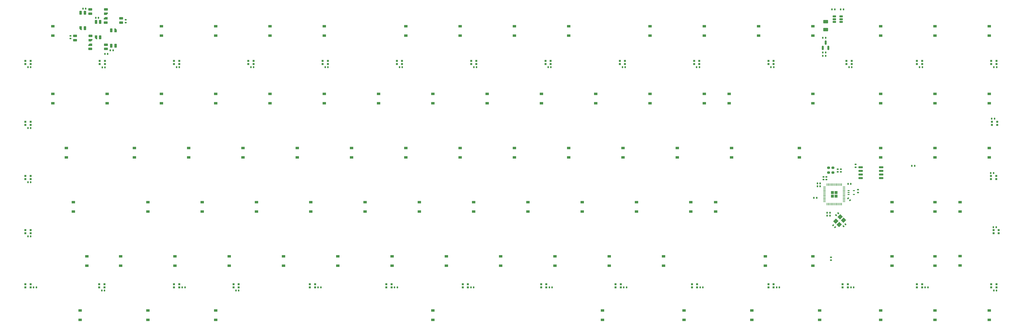
<source format=gbr>
%TF.GenerationSoftware,KiCad,Pcbnew,(6.0.1)*%
%TF.CreationDate,2022-06-13T22:26:40+10:00*%
%TF.ProjectId,fuyu,66757975-2e6b-4696-9361-645f70636258,rev?*%
%TF.SameCoordinates,Original*%
%TF.FileFunction,Paste,Bot*%
%TF.FilePolarity,Positive*%
%FSLAX46Y46*%
G04 Gerber Fmt 4.6, Leading zero omitted, Abs format (unit mm)*
G04 Created by KiCad (PCBNEW (6.0.1)) date 2022-06-13 22:26:40*
%MOMM*%
%LPD*%
G01*
G04 APERTURE LIST*
G04 Aperture macros list*
%AMRoundRect*
0 Rectangle with rounded corners*
0 $1 Rounding radius*
0 $2 $3 $4 $5 $6 $7 $8 $9 X,Y pos of 4 corners*
0 Add a 4 corners polygon primitive as box body*
4,1,4,$2,$3,$4,$5,$6,$7,$8,$9,$2,$3,0*
0 Add four circle primitives for the rounded corners*
1,1,$1+$1,$2,$3*
1,1,$1+$1,$4,$5*
1,1,$1+$1,$6,$7*
1,1,$1+$1,$8,$9*
0 Add four rect primitives between the rounded corners*
20,1,$1+$1,$2,$3,$4,$5,0*
20,1,$1+$1,$4,$5,$6,$7,0*
20,1,$1+$1,$6,$7,$8,$9,0*
20,1,$1+$1,$8,$9,$2,$3,0*%
%AMRotRect*
0 Rectangle, with rotation*
0 The origin of the aperture is its center*
0 $1 length*
0 $2 width*
0 $3 Rotation angle, in degrees counterclockwise*
0 Add horizontal line*
21,1,$1,$2,0,0,$3*%
%AMFreePoly0*
4,1,18,-0.410000,0.593000,-0.403758,0.624380,-0.385983,0.650983,-0.359380,0.668758,-0.328000,0.675000,0.328000,0.675000,0.359380,0.668758,0.385983,0.650983,0.403758,0.624380,0.410000,0.593000,0.410000,-0.593000,0.403758,-0.624380,0.385983,-0.650983,0.359380,-0.668758,0.328000,-0.675000,0.000000,-0.675000,-0.410000,-0.265000,-0.410000,0.593000,-0.410000,0.593000,$1*%
G04 Aperture macros list end*
%ADD10RoundRect,0.140000X-0.140000X-0.170000X0.140000X-0.170000X0.140000X0.170000X-0.140000X0.170000X0*%
%ADD11RoundRect,0.140000X0.140000X0.170000X-0.140000X0.170000X-0.140000X-0.170000X0.140000X-0.170000X0*%
%ADD12RoundRect,0.140000X-0.170000X0.140000X-0.170000X-0.140000X0.170000X-0.140000X0.170000X0.140000X0*%
%ADD13RoundRect,0.140000X0.170000X-0.140000X0.170000X0.140000X-0.170000X0.140000X-0.170000X-0.140000X0*%
%ADD14R,0.650000X0.400000*%
%ADD15RoundRect,0.082000X0.593000X-0.328000X0.593000X0.328000X-0.593000X0.328000X-0.593000X-0.328000X0*%
%ADD16FreePoly0,90.000000*%
%ADD17RoundRect,0.105000X-0.245000X-0.245000X0.245000X-0.245000X0.245000X0.245000X-0.245000X0.245000X0*%
%ADD18RotRect,1.400000X1.200000X45.000000*%
%ADD19R,1.200000X0.900000*%
%ADD20RoundRect,0.105000X0.245000X0.245000X-0.245000X0.245000X-0.245000X-0.245000X0.245000X-0.245000X0*%
%ADD21RoundRect,0.200000X-0.275000X0.200000X-0.275000X-0.200000X0.275000X-0.200000X0.275000X0.200000X0*%
%ADD22RoundRect,0.140000X-0.219203X-0.021213X-0.021213X-0.219203X0.219203X0.021213X0.021213X0.219203X0*%
%ADD23RoundRect,0.082000X-0.328000X-0.593000X0.328000X-0.593000X0.328000X0.593000X-0.328000X0.593000X0*%
%ADD24FreePoly0,0.000000*%
%ADD25RoundRect,0.150000X0.650000X0.150000X-0.650000X0.150000X-0.650000X-0.150000X0.650000X-0.150000X0*%
%ADD26RoundRect,0.150000X0.475000X0.150000X-0.475000X0.150000X-0.475000X-0.150000X0.475000X-0.150000X0*%
%ADD27RoundRect,0.135000X-0.135000X-0.185000X0.135000X-0.185000X0.135000X0.185000X-0.135000X0.185000X0*%
%ADD28RoundRect,0.135000X0.185000X-0.135000X0.185000X0.135000X-0.185000X0.135000X-0.185000X-0.135000X0*%
%ADD29RoundRect,0.250000X0.292217X0.292217X-0.292217X0.292217X-0.292217X-0.292217X0.292217X-0.292217X0*%
%ADD30RoundRect,0.050000X0.387500X0.050000X-0.387500X0.050000X-0.387500X-0.050000X0.387500X-0.050000X0*%
%ADD31RoundRect,0.050000X0.050000X0.387500X-0.050000X0.387500X-0.050000X-0.387500X0.050000X-0.387500X0*%
%ADD32RoundRect,0.135000X0.135000X0.185000X-0.135000X0.185000X-0.135000X-0.185000X0.135000X-0.185000X0*%
%ADD33RoundRect,0.082000X0.328000X0.593000X-0.328000X0.593000X-0.328000X-0.593000X0.328000X-0.593000X0*%
%ADD34FreePoly0,180.000000*%
%ADD35RoundRect,0.140000X0.021213X-0.219203X0.219203X-0.021213X-0.021213X0.219203X-0.219203X0.021213X0*%
%ADD36RoundRect,0.140000X0.219203X0.021213X0.021213X0.219203X-0.219203X-0.021213X-0.021213X-0.219203X0*%
%ADD37RoundRect,0.135000X0.035355X-0.226274X0.226274X-0.035355X-0.035355X0.226274X-0.226274X0.035355X0*%
%ADD38RoundRect,0.150000X0.150000X-0.587500X0.150000X0.587500X-0.150000X0.587500X-0.150000X-0.587500X0*%
%ADD39RoundRect,0.250000X-0.625000X0.375000X-0.625000X-0.375000X0.625000X-0.375000X0.625000X0.375000X0*%
%ADD40RoundRect,0.082000X-0.593000X0.328000X-0.593000X-0.328000X0.593000X-0.328000X0.593000X0.328000X0*%
%ADD41FreePoly0,270.000000*%
G04 APERTURE END LIST*
D10*
%TO.C,C23*%
X70570312Y-72932500D03*
X71530312Y-72932500D03*
%TD*%
D11*
%TO.C,C22*%
X69660312Y-74212500D03*
X68700312Y-74212500D03*
%TD*%
D12*
%TO.C,C21*%
X56590312Y-67842500D03*
X56590312Y-68802500D03*
%TD*%
D11*
%TO.C,C20*%
X61940312Y-58242500D03*
X60980312Y-58242500D03*
%TD*%
D13*
%TO.C,C58*%
X332970312Y-122932500D03*
X332970312Y-121972500D03*
%TD*%
%TO.C,C19*%
X75980312Y-63152500D03*
X75980312Y-62192500D03*
%TD*%
D11*
%TO.C,C18*%
X66410312Y-61522500D03*
X65450312Y-61522500D03*
%TD*%
D14*
%TO.C,U5*%
X329600312Y-123622500D03*
X329600312Y-122972500D03*
X329600312Y-122322500D03*
X331500312Y-122322500D03*
X331500312Y-123622500D03*
%TD*%
D15*
%TO.C,LED3*%
X63565312Y-58552500D03*
X63565312Y-60052500D03*
X69015312Y-58552500D03*
D16*
X69015312Y-60052500D03*
%TD*%
D11*
%TO.C,C40*%
X381410312Y-135112500D03*
X380450312Y-135112500D03*
%TD*%
D17*
%TO.C,D114*%
X379925312Y-99182500D03*
X379925312Y-98082500D03*
X381755312Y-98082500D03*
X381755312Y-99182500D03*
%TD*%
D18*
%TO.C,Y1*%
X325131102Y-133055317D03*
X326686737Y-131499682D03*
X327888818Y-132701763D03*
X326333183Y-134257398D03*
%TD*%
D19*
%TO.C,D38*%
X117090312Y-110608750D03*
X117090312Y-107308750D03*
%TD*%
D10*
%TO.C,C32*%
X250260312Y-78852500D03*
X251220312Y-78852500D03*
%TD*%
%TO.C,C44*%
X304390312Y-156342500D03*
X305350312Y-156342500D03*
%TD*%
D19*
%TO.C,D14*%
X340927812Y-67746250D03*
X340927812Y-64446250D03*
%TD*%
D11*
%TO.C,C9*%
X323090312Y-131056392D03*
X322130312Y-131056392D03*
%TD*%
D19*
%TO.C,D8*%
X212340312Y-67746250D03*
X212340312Y-64446250D03*
%TD*%
D17*
%TO.C,D121*%
X274672350Y-156340000D03*
X274672350Y-155240000D03*
X276502350Y-155240000D03*
X276502350Y-156340000D03*
%TD*%
D13*
%TO.C,C3*%
X326887504Y-115703892D03*
X326887504Y-114743892D03*
%TD*%
D20*
%TO.C,D101*%
X68670696Y-76658750D03*
X68670696Y-77758750D03*
X66840696Y-77758750D03*
X66840696Y-76658750D03*
%TD*%
D11*
%TO.C,C2*%
X323090312Y-130036392D03*
X322130312Y-130036392D03*
%TD*%
%TO.C,C11*%
X319647504Y-119736392D03*
X318687504Y-119736392D03*
%TD*%
D10*
%TO.C,C34*%
X302410312Y-78842500D03*
X303370312Y-78842500D03*
%TD*%
D19*
%TO.C,D44*%
X231390312Y-110608750D03*
X231390312Y-107308750D03*
%TD*%
%TO.C,D41*%
X174240312Y-110608750D03*
X174240312Y-107308750D03*
%TD*%
%TO.C,D65*%
X344896562Y-129658750D03*
X344896562Y-126358750D03*
%TD*%
%TO.C,D18*%
X69465312Y-91558750D03*
X69465312Y-88258750D03*
%TD*%
D13*
%TO.C,C1*%
X321887504Y-118416392D03*
X321887504Y-117456392D03*
%TD*%
D21*
%TO.C,R3*%
X322578124Y-114260294D03*
X322578124Y-115910294D03*
%TD*%
D19*
%TO.C,D17*%
X50415312Y-91558750D03*
X50415312Y-88258750D03*
%TD*%
D10*
%TO.C,C24*%
X41660312Y-78842500D03*
X42620312Y-78842500D03*
%TD*%
D19*
%TO.C,D43*%
X212340312Y-110608750D03*
X212340312Y-107308750D03*
%TD*%
D11*
%TO.C,C38*%
X380840312Y-96992500D03*
X379880312Y-96992500D03*
%TD*%
D19*
%TO.C,D51*%
X379027812Y-110608750D03*
X379027812Y-107308750D03*
%TD*%
D20*
%TO.C,D132*%
X42599062Y-117140000D03*
X42599062Y-118240000D03*
X40769062Y-118240000D03*
X40769062Y-117140000D03*
%TD*%
D19*
%TO.C,D49*%
X340927812Y-110608750D03*
X340927812Y-107308750D03*
%TD*%
D10*
%TO.C,C45*%
X277570312Y-156342500D03*
X278530312Y-156342500D03*
%TD*%
D19*
%TO.C,D34*%
X379027812Y-91558750D03*
X379027812Y-88258750D03*
%TD*%
D20*
%TO.C,D109*%
X277243768Y-76658750D03*
X277243768Y-77758750D03*
X275413768Y-77758750D03*
X275413768Y-76658750D03*
%TD*%
D22*
%TO.C,C8*%
X329465111Y-125023691D03*
X330143933Y-125702513D03*
%TD*%
D20*
%TO.C,D107*%
X225100500Y-76658750D03*
X225100500Y-77758750D03*
X223270500Y-77758750D03*
X223270500Y-76658750D03*
%TD*%
D10*
%TO.C,C26*%
X93820312Y-78842500D03*
X94780312Y-78842500D03*
%TD*%
D17*
%TO.C,D130*%
X40769062Y-156340000D03*
X40769062Y-155240000D03*
X42599062Y-155240000D03*
X42599062Y-156340000D03*
%TD*%
D23*
%TO.C,LED4*%
X61670954Y-59677500D03*
X60170954Y-59677500D03*
X61670954Y-65127500D03*
D24*
X60170954Y-65127500D03*
%TD*%
D19*
%TO.C,D7*%
X193290312Y-67746250D03*
X193290312Y-64446250D03*
%TD*%
D20*
%TO.C,D108*%
X251172134Y-76658750D03*
X251172134Y-77758750D03*
X249342134Y-77758750D03*
X249342134Y-76658750D03*
%TD*%
D25*
%TO.C,U4*%
X341070620Y-114037500D03*
X341070620Y-115307500D03*
X341070620Y-116577500D03*
X341070620Y-117847500D03*
X333870620Y-117847500D03*
X333870620Y-116577500D03*
X333870620Y-115307500D03*
X333870620Y-114037500D03*
%TD*%
D19*
%TO.C,D3*%
X107565312Y-67746250D03*
X107565312Y-64446250D03*
%TD*%
D20*
%TO.C,D104*%
X146885598Y-76658750D03*
X146885598Y-77758750D03*
X145055598Y-77758750D03*
X145055598Y-76658750D03*
%TD*%
D19*
%TO.C,D48*%
X312352812Y-110608750D03*
X312352812Y-107308750D03*
%TD*%
D17*
%TO.C,D122*%
X247859302Y-156340000D03*
X247859302Y-155240000D03*
X249689302Y-155240000D03*
X249689302Y-156340000D03*
%TD*%
D19*
%TO.C,D70*%
X93277812Y-148708750D03*
X93277812Y-145408750D03*
%TD*%
D11*
%TO.C,C41*%
X381530312Y-157422500D03*
X380570312Y-157422500D03*
%TD*%
D10*
%TO.C,C29*%
X172050312Y-78872500D03*
X173010312Y-78872500D03*
%TD*%
%TO.C,C52*%
X95800312Y-156342500D03*
X96760312Y-156342500D03*
%TD*%
D19*
%TO.C,D52*%
X57559062Y-129658750D03*
X57559062Y-126358750D03*
%TD*%
D17*
%TO.C,D125*%
X167420158Y-156340000D03*
X167420158Y-155240000D03*
X169250158Y-155240000D03*
X169250158Y-156340000D03*
%TD*%
D10*
%TO.C,C55*%
X41680312Y-138372500D03*
X42640312Y-138372500D03*
%TD*%
D19*
%TO.C,D93*%
X340927812Y-167758750D03*
X340927812Y-164458750D03*
%TD*%
D11*
%TO.C,C39*%
X380502187Y-116062500D03*
X379542187Y-116062500D03*
%TD*%
D10*
%TO.C,C33*%
X276330312Y-78852500D03*
X277290312Y-78852500D03*
%TD*%
D19*
%TO.C,D74*%
X169477812Y-148708750D03*
X169477812Y-145408750D03*
%TD*%
%TO.C,D6*%
X174240312Y-67746250D03*
X174240312Y-64446250D03*
%TD*%
%TO.C,D42*%
X193290312Y-110608750D03*
X193290312Y-107308750D03*
%TD*%
D26*
%TO.C,U3*%
X326972812Y-61022500D03*
X326972812Y-61972500D03*
X327047812Y-62922500D03*
X324622812Y-62922500D03*
X324622812Y-61972500D03*
X324622812Y-61022500D03*
%TD*%
D11*
%TO.C,C14*%
X321575312Y-73722500D03*
X320615312Y-73722500D03*
%TD*%
D19*
%TO.C,D71*%
X112327812Y-148708750D03*
X112327812Y-145408750D03*
%TD*%
D27*
%TO.C,R7*%
X323800312Y-58522500D03*
X324820312Y-58522500D03*
%TD*%
D10*
%TO.C,C13*%
X320590312Y-68532500D03*
X321550312Y-68532500D03*
%TD*%
D17*
%TO.C,D124*%
X194233206Y-156340000D03*
X194233206Y-155240000D03*
X196063206Y-155240000D03*
X196063206Y-156340000D03*
%TD*%
D28*
%TO.C,R1*%
X323489670Y-146717094D03*
X323489670Y-145697094D03*
%TD*%
D13*
%TO.C,C5*%
X320839416Y-118419750D03*
X320839416Y-117459750D03*
%TD*%
D19*
%TO.C,D95*%
X379027812Y-167758750D03*
X379027812Y-164458750D03*
%TD*%
%TO.C,D15*%
X359977812Y-67746250D03*
X359977812Y-64446250D03*
%TD*%
%TO.C,D54*%
X102802812Y-129658750D03*
X102802812Y-126358750D03*
%TD*%
%TO.C,D61*%
X236152812Y-129658750D03*
X236152812Y-126358750D03*
%TD*%
D10*
%TO.C,C35*%
X329810312Y-78842500D03*
X330770312Y-78842500D03*
%TD*%
D19*
%TO.C,D91*%
X295684062Y-167758750D03*
X295684062Y-164458750D03*
%TD*%
%TO.C,D81*%
X317115312Y-148708750D03*
X317115312Y-145408750D03*
%TD*%
%TO.C,D46*%
X269490312Y-110608750D03*
X269490312Y-107308750D03*
%TD*%
%TO.C,D40*%
X155190312Y-110608750D03*
X155190312Y-107308750D03*
%TD*%
%TO.C,D57*%
X159952812Y-129658750D03*
X159952812Y-126358750D03*
%TD*%
%TO.C,D28*%
X259965312Y-91558750D03*
X259965312Y-88258750D03*
%TD*%
D10*
%TO.C,C30*%
X198110312Y-78872500D03*
X199070312Y-78872500D03*
%TD*%
D19*
%TO.C,D86*%
X83752812Y-167758750D03*
X83752812Y-164458750D03*
%TD*%
%TO.C,D19*%
X88515312Y-91558750D03*
X88515312Y-88258750D03*
%TD*%
%TO.C,D92*%
X319496562Y-167758750D03*
X319496562Y-164458750D03*
%TD*%
D11*
%TO.C,C6*%
X318440312Y-124782500D03*
X317480312Y-124782500D03*
%TD*%
D19*
%TO.C,D24*%
X183765312Y-91558750D03*
X183765312Y-88258750D03*
%TD*%
%TO.C,D78*%
X245677812Y-148708750D03*
X245677812Y-145408750D03*
%TD*%
D20*
%TO.C,D106*%
X199028866Y-76658750D03*
X199028866Y-77758750D03*
X197198866Y-77758750D03*
X197198866Y-76658750D03*
%TD*%
D10*
%TO.C,C48*%
X197120312Y-156342500D03*
X198080312Y-156342500D03*
%TD*%
D17*
%TO.C,D129*%
X66675312Y-156340000D03*
X66675312Y-155240000D03*
X68505312Y-155240000D03*
X68505312Y-156340000D03*
%TD*%
D19*
%TO.C,D39*%
X136140312Y-110608750D03*
X136140312Y-107308750D03*
%TD*%
D21*
%TO.C,R2*%
X324164374Y-114260294D03*
X324164374Y-115910294D03*
%TD*%
D19*
%TO.C,D25*%
X202815312Y-91558750D03*
X202815312Y-88258750D03*
%TD*%
D17*
%TO.C,D123*%
X221744062Y-156340000D03*
X221744062Y-155240000D03*
X223574062Y-155240000D03*
X223574062Y-156340000D03*
%TD*%
D19*
%TO.C,D5*%
X145665312Y-67746250D03*
X145665312Y-64446250D03*
%TD*%
D17*
%TO.C,D119*%
X327557036Y-156340000D03*
X327557036Y-155240000D03*
X329387036Y-155240000D03*
X329387036Y-156340000D03*
%TD*%
D13*
%TO.C,C7*%
X325837504Y-115703892D03*
X325837504Y-114743892D03*
%TD*%
D19*
%TO.C,D67*%
X368709062Y-129658750D03*
X368709062Y-126358750D03*
%TD*%
D29*
%TO.C,U2*%
X323962812Y-122931392D03*
X325237812Y-122931392D03*
X323962812Y-124206392D03*
X325237812Y-124206392D03*
D30*
X328037812Y-120968892D03*
X328037812Y-121368892D03*
X328037812Y-121768892D03*
X328037812Y-122168892D03*
X328037812Y-122568892D03*
X328037812Y-122968892D03*
X328037812Y-123368892D03*
X328037812Y-123768892D03*
X328037812Y-124168892D03*
X328037812Y-124568892D03*
X328037812Y-124968892D03*
X328037812Y-125368892D03*
X328037812Y-125768892D03*
X328037812Y-126168892D03*
D31*
X327200312Y-127006392D03*
X326800312Y-127006392D03*
X326400312Y-127006392D03*
X326000312Y-127006392D03*
X325600312Y-127006392D03*
X325200312Y-127006392D03*
X324800312Y-127006392D03*
X324400312Y-127006392D03*
X324000312Y-127006392D03*
X323600312Y-127006392D03*
X323200312Y-127006392D03*
X322800312Y-127006392D03*
X322400312Y-127006392D03*
X322000312Y-127006392D03*
D30*
X321162812Y-126168892D03*
X321162812Y-125768892D03*
X321162812Y-125368892D03*
X321162812Y-124968892D03*
X321162812Y-124568892D03*
X321162812Y-124168892D03*
X321162812Y-123768892D03*
X321162812Y-123368892D03*
X321162812Y-122968892D03*
X321162812Y-122568892D03*
X321162812Y-122168892D03*
X321162812Y-121768892D03*
X321162812Y-121368892D03*
X321162812Y-120968892D03*
D31*
X322000312Y-120131392D03*
X322400312Y-120131392D03*
X322800312Y-120131392D03*
X323200312Y-120131392D03*
X323600312Y-120131392D03*
X324000312Y-120131392D03*
X324400312Y-120131392D03*
X324800312Y-120131392D03*
X325200312Y-120131392D03*
X325600312Y-120131392D03*
X326000312Y-120131392D03*
X326400312Y-120131392D03*
X326800312Y-120131392D03*
X327200312Y-120131392D03*
%TD*%
D19*
%TO.C,D84*%
X368709062Y-148646250D03*
X368709062Y-145346250D03*
%TD*%
D17*
%TO.C,D118*%
X353628670Y-156340000D03*
X353628670Y-155240000D03*
X355458670Y-155240000D03*
X355458670Y-156340000D03*
%TD*%
D15*
%TO.C,LED5*%
X58195954Y-67852500D03*
X58195954Y-69352500D03*
X63645954Y-67852500D03*
D16*
X63645954Y-69352500D03*
%TD*%
D32*
%TO.C,R5*%
X352850313Y-113527500D03*
X351830313Y-113527500D03*
%TD*%
D19*
%TO.C,D22*%
X145665312Y-91558750D03*
X145665312Y-88258750D03*
%TD*%
D10*
%TO.C,C31*%
X224210312Y-78842500D03*
X225170312Y-78842500D03*
%TD*%
%TO.C,C47*%
X224640312Y-156342500D03*
X225600312Y-156342500D03*
%TD*%
D19*
%TO.C,D77*%
X226627812Y-148708750D03*
X226627812Y-145408750D03*
%TD*%
D20*
%TO.C,D100*%
X42599062Y-76658750D03*
X42599062Y-77758750D03*
X40769062Y-77758750D03*
X40769062Y-76658750D03*
%TD*%
D17*
%TO.C,D126*%
X140607110Y-156340000D03*
X140607110Y-155240000D03*
X142437110Y-155240000D03*
X142437110Y-156340000D03*
%TD*%
D33*
%TO.C,LED7*%
X70909670Y-71327500D03*
X72409670Y-71327500D03*
X70909670Y-65877500D03*
D34*
X72409670Y-65877500D03*
%TD*%
D10*
%TO.C,C43*%
X330450312Y-156342500D03*
X331410312Y-156342500D03*
%TD*%
D19*
%TO.C,D35*%
X55177812Y-110608750D03*
X55177812Y-107308750D03*
%TD*%
%TO.C,D56*%
X140902812Y-129658750D03*
X140902812Y-126358750D03*
%TD*%
%TO.C,D82*%
X344896562Y-148708750D03*
X344896562Y-145408750D03*
%TD*%
%TO.C,D80*%
X300446562Y-148708750D03*
X300446562Y-145408750D03*
%TD*%
%TO.C,D79*%
X264727812Y-148708750D03*
X264727812Y-145408750D03*
%TD*%
D10*
%TO.C,C4*%
X320590312Y-74872500D03*
X321550312Y-74872500D03*
%TD*%
D35*
%TO.C,C15*%
X327890549Y-134817951D03*
X328569371Y-134139129D03*
%TD*%
D19*
%TO.C,D53*%
X83752812Y-129658750D03*
X83752812Y-126358750D03*
%TD*%
%TO.C,D59*%
X198052812Y-129658750D03*
X198052812Y-126358750D03*
%TD*%
%TO.C,D94*%
X359977812Y-167758750D03*
X359977812Y-164458750D03*
%TD*%
%TO.C,D75*%
X188527812Y-148708750D03*
X188527812Y-145408750D03*
%TD*%
D10*
%TO.C,C54*%
X43670312Y-156342500D03*
X44630312Y-156342500D03*
%TD*%
D19*
%TO.C,D27*%
X240915312Y-91558750D03*
X240915312Y-88258750D03*
%TD*%
%TO.C,D63*%
X274252812Y-129658750D03*
X274252812Y-126358750D03*
%TD*%
%TO.C,D89*%
X243296562Y-167758750D03*
X243296562Y-164458750D03*
%TD*%
D20*
%TO.C,D111*%
X330730312Y-76658750D03*
X330730312Y-77758750D03*
X328900312Y-77758750D03*
X328900312Y-76658750D03*
%TD*%
D11*
%TO.C,C10*%
X319647504Y-120733892D03*
X318687504Y-120733892D03*
%TD*%
D10*
%TO.C,C49*%
X170320312Y-156342500D03*
X171280312Y-156342500D03*
%TD*%
D19*
%TO.C,D36*%
X78990312Y-110608750D03*
X78990312Y-107308750D03*
%TD*%
%TO.C,D88*%
X183765312Y-167758750D03*
X183765312Y-164458750D03*
%TD*%
D36*
%TO.C,C16*%
X324899371Y-135157951D03*
X324220549Y-134479129D03*
%TD*%
D10*
%TO.C,C36*%
X354550312Y-78842500D03*
X355510312Y-78842500D03*
%TD*%
D20*
%TO.C,D103*%
X120813964Y-76658750D03*
X120813964Y-77758750D03*
X118983964Y-77758750D03*
X118983964Y-76658750D03*
%TD*%
D10*
%TO.C,C12*%
X329467192Y-119933892D03*
X330427192Y-119933892D03*
%TD*%
D19*
%TO.C,D50*%
X359977812Y-110608750D03*
X359977812Y-107308750D03*
%TD*%
%TO.C,D73*%
X150427812Y-148708750D03*
X150427812Y-145408750D03*
%TD*%
%TO.C,D33*%
X359977812Y-91558750D03*
X359977812Y-88258750D03*
%TD*%
%TO.C,D66*%
X359977812Y-129658750D03*
X359977812Y-126358750D03*
%TD*%
%TO.C,D85*%
X59940312Y-167758750D03*
X59940312Y-164458750D03*
%TD*%
D23*
%TO.C,LED1*%
X67040312Y-62927500D03*
X65540312Y-62927500D03*
X67040312Y-68377500D03*
D24*
X65540312Y-68377500D03*
%TD*%
D10*
%TO.C,C37*%
X380620312Y-78842500D03*
X381580312Y-78842500D03*
%TD*%
D20*
%TO.C,D102*%
X94742330Y-76658750D03*
X94742330Y-77758750D03*
X92912330Y-77758750D03*
X92912330Y-76658750D03*
%TD*%
D17*
%TO.C,D117*%
X379700312Y-156340000D03*
X379700312Y-155240000D03*
X381530312Y-155240000D03*
X381530312Y-156340000D03*
%TD*%
D19*
%TO.C,D16*%
X379027812Y-67746250D03*
X379027812Y-64446250D03*
%TD*%
%TO.C,D68*%
X62321562Y-148708750D03*
X62321562Y-145408750D03*
%TD*%
D37*
%TO.C,R4*%
X325259336Y-130939164D03*
X325980584Y-130217916D03*
%TD*%
D32*
%TO.C,R6*%
X327890312Y-58522500D03*
X326870312Y-58522500D03*
%TD*%
D10*
%TO.C,C28*%
X145960312Y-78842500D03*
X146920312Y-78842500D03*
%TD*%
D20*
%TO.C,D105*%
X172957232Y-76658750D03*
X172957232Y-77758750D03*
X171127232Y-77758750D03*
X171127232Y-76658750D03*
%TD*%
D19*
%TO.C,D23*%
X164715312Y-91558750D03*
X164715312Y-88258750D03*
%TD*%
D10*
%TO.C,C56*%
X41660312Y-119322500D03*
X42620312Y-119322500D03*
%TD*%
D19*
%TO.C,D20*%
X107565312Y-91558750D03*
X107565312Y-88258750D03*
%TD*%
%TO.C,D58*%
X179002812Y-129658750D03*
X179002812Y-126358750D03*
%TD*%
D10*
%TO.C,C50*%
X143490312Y-156342500D03*
X144450312Y-156342500D03*
%TD*%
D19*
%TO.C,D90*%
X271871562Y-167758750D03*
X271871562Y-164458750D03*
%TD*%
D20*
%TO.C,D113*%
X381530312Y-76658750D03*
X381530312Y-77758750D03*
X379700312Y-77758750D03*
X379700312Y-76658750D03*
%TD*%
D19*
%TO.C,D29*%
X279015312Y-91558750D03*
X279015312Y-88258750D03*
%TD*%
%TO.C,D21*%
X126615312Y-91558750D03*
X126615312Y-88258750D03*
%TD*%
D10*
%TO.C,C57*%
X41650312Y-100272500D03*
X42610312Y-100272500D03*
%TD*%
D19*
%TO.C,D11*%
X279015312Y-67746250D03*
X279015312Y-64446250D03*
%TD*%
D38*
%TO.C,U1*%
X322510312Y-72080000D03*
X320610312Y-72080000D03*
X321560312Y-70205000D03*
%TD*%
D19*
%TO.C,D47*%
X288540312Y-110608750D03*
X288540312Y-107308750D03*
%TD*%
D17*
%TO.C,D116*%
X380490312Y-137302500D03*
X380490312Y-136202500D03*
X382320312Y-136202500D03*
X382320312Y-137302500D03*
%TD*%
D19*
%TO.C,D30*%
X287746562Y-91558750D03*
X287746562Y-88258750D03*
%TD*%
%TO.C,D69*%
X74227812Y-148708750D03*
X74227812Y-145408750D03*
%TD*%
D17*
%TO.C,D120*%
X301485402Y-156340000D03*
X301485402Y-155240000D03*
X303315402Y-155240000D03*
X303315402Y-156340000D03*
%TD*%
D19*
%TO.C,D64*%
X282984062Y-129658750D03*
X282984062Y-126358750D03*
%TD*%
D20*
%TO.C,D131*%
X42599062Y-136190000D03*
X42599062Y-137290000D03*
X40769062Y-137290000D03*
X40769062Y-136190000D03*
%TD*%
D19*
%TO.C,D1*%
X50415312Y-67746250D03*
X50415312Y-64446250D03*
%TD*%
%TO.C,D76*%
X207577812Y-148708750D03*
X207577812Y-145408750D03*
%TD*%
%TO.C,D9*%
X231390312Y-67746250D03*
X231390312Y-64446250D03*
%TD*%
%TO.C,D60*%
X217102812Y-129658750D03*
X217102812Y-126358750D03*
%TD*%
D11*
%TO.C,C51*%
X115620312Y-157422500D03*
X114660312Y-157422500D03*
%TD*%
D19*
%TO.C,D26*%
X221865312Y-91558750D03*
X221865312Y-88258750D03*
%TD*%
D17*
%TO.C,D127*%
X113794062Y-156340000D03*
X113794062Y-155240000D03*
X115624062Y-155240000D03*
X115624062Y-156340000D03*
%TD*%
D39*
%TO.C,F1*%
X321630312Y-62862500D03*
X321630312Y-65662500D03*
%TD*%
D19*
%TO.C,D2*%
X88515312Y-67746250D03*
X88515312Y-64446250D03*
%TD*%
%TO.C,D83*%
X359977812Y-148708750D03*
X359977812Y-145408750D03*
%TD*%
%TO.C,D87*%
X107565312Y-167758750D03*
X107565312Y-164458750D03*
%TD*%
%TO.C,D13*%
X317115312Y-67746250D03*
X317115312Y-64446250D03*
%TD*%
D10*
%TO.C,C42*%
X356510312Y-156342500D03*
X357470312Y-156342500D03*
%TD*%
D19*
%TO.C,D55*%
X121852812Y-129658750D03*
X121852812Y-126358750D03*
%TD*%
%TO.C,D12*%
X298065312Y-67746250D03*
X298065312Y-64446250D03*
%TD*%
%TO.C,D10*%
X259965312Y-67746250D03*
X259965312Y-64446250D03*
%TD*%
%TO.C,D4*%
X126615312Y-67746250D03*
X126615312Y-64446250D03*
%TD*%
%TO.C,D72*%
X131377812Y-148708750D03*
X131377812Y-145408750D03*
%TD*%
%TO.C,D45*%
X250440312Y-110608750D03*
X250440312Y-107308750D03*
%TD*%
D20*
%TO.C,D110*%
X303315402Y-76658750D03*
X303315402Y-77758750D03*
X301485402Y-77758750D03*
X301485402Y-76658750D03*
%TD*%
%TO.C,D133*%
X42599062Y-98090000D03*
X42599062Y-99190000D03*
X40769062Y-99190000D03*
X40769062Y-98090000D03*
%TD*%
D17*
%TO.C,D128*%
X92912330Y-156340000D03*
X92912330Y-155240000D03*
X94742330Y-155240000D03*
X94742330Y-156340000D03*
%TD*%
D11*
%TO.C,C53*%
X68510312Y-157422500D03*
X67550312Y-157422500D03*
%TD*%
D10*
%TO.C,C46*%
X250750312Y-156342500D03*
X251710312Y-156342500D03*
%TD*%
D13*
%TO.C,C17*%
X332120620Y-114042500D03*
X332120620Y-113082500D03*
%TD*%
D17*
%TO.C,D115*%
X379588437Y-118240000D03*
X379588437Y-117140000D03*
X381418437Y-117140000D03*
X381418437Y-118240000D03*
%TD*%
D10*
%TO.C,C27*%
X119920312Y-78872500D03*
X120880312Y-78872500D03*
%TD*%
D19*
%TO.C,D31*%
X317115312Y-91558750D03*
X317115312Y-88258750D03*
%TD*%
%TO.C,D62*%
X255202812Y-129658750D03*
X255202812Y-126358750D03*
%TD*%
%TO.C,D37*%
X98040312Y-110608750D03*
X98040312Y-107308750D03*
%TD*%
D20*
%TO.C,D112*%
X355458670Y-76658750D03*
X355458670Y-77758750D03*
X353628670Y-77758750D03*
X353628670Y-76658750D03*
%TD*%
D40*
%TO.C,LED2*%
X74384670Y-63152500D03*
X74384670Y-61652500D03*
X68934670Y-63152500D03*
D41*
X68934670Y-61652500D03*
%TD*%
D10*
%TO.C,C25*%
X67770312Y-78912500D03*
X68730312Y-78912500D03*
%TD*%
D19*
%TO.C,D32*%
X340927812Y-91558750D03*
X340927812Y-88258750D03*
%TD*%
D40*
%TO.C,LED6*%
X69015312Y-72452500D03*
X69015312Y-70952500D03*
X63565312Y-72452500D03*
D41*
X63565312Y-70952500D03*
%TD*%
M02*

</source>
